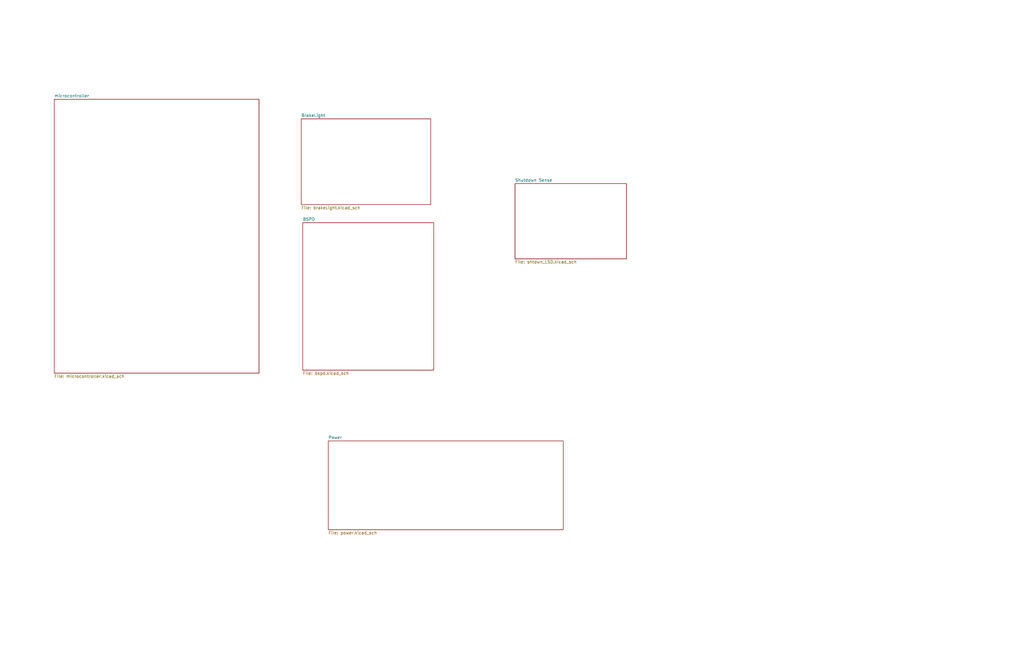
<source format=kicad_sch>
(kicad_sch (version 20211123) (generator eeschema)
  (paper "B")
  (title_block (title "OEM Project Template") (date "2019-08-22") (rev "1") (company "Olin Electric Motorsports") (comment 1 "Wesley Soo-Hoo"))
  (lib_symbols)
  (sheet (at 22.86 41.91) (size 86.36 115.57) (stroke (width 0.1524))
    (property "Sheet name" "microcontroller" (at 22.86 41.1984 0) (effects (justify left bottom)))
    (property "Sheet file" "microcontroller.kicad_sch" (at 22.86 158.0646 0) (effects (justify left top)))
  )
  (sheet (at 138.43 186.055) (size 99.06 37.465) (stroke (width 0.1524))
    (property "Sheet name" "Power" (at 138.43 185.3434 0) (effects (justify left bottom)))
    (property "Sheet file" "power.kicad_sch" (at 138.43 224.1046 0) (effects (justify left top)))
  )
  (sheet (at 127 50.165) (size 54.61 36.195) (stroke (width 0.1524))
    (property "Sheet name" "BrakeLight" (at 127 49.4534 0) (effects (justify left bottom)))
    (property "Sheet file" "brakeLight.kicad_sch" (at 127 86.9446 0) (effects (justify left top)))
  )
  (sheet (at 217.17 77.47) (size 46.99 31.75) (stroke (width 0.1524))
    (property "Sheet name" "Shutdown Sense" (at 217.17 76.7584 0) (effects (justify left bottom)))
    (property "Sheet file" "shtdwn_LSD.kicad_sch" (at 217.17 109.8046 0) (effects (justify left top)))
  )
  (sheet (at 127.635 93.98) (size 55.245 62.23) (stroke (width 0.1524))
    (property "Sheet name" "BSPD" (at 127.635 93.2684 0) (effects (justify left bottom)))
    (property "Sheet file" "bspd.kicad_sch" (at 127.635 156.7946 0) (effects (justify left top)))
  )
)
</source>
